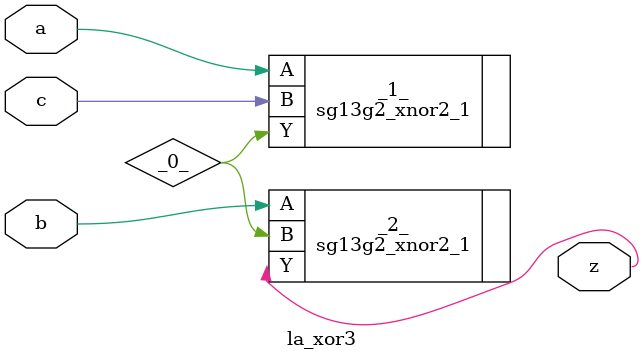
<source format=v>

/* Generated by Yosys 0.44 (git sha1 80ba43d26, g++ 11.4.0-1ubuntu1~22.04 -fPIC -O3) */

(* top =  1  *)
(* src = "generated" *)
module la_xor3 (
    a,
    b,
    c,
    z
);
  wire _0_;
  (* src = "generated" *)
  input a;
  wire a;
  (* src = "generated" *)
  input b;
  wire b;
  (* src = "generated" *)
  input c;
  wire c;
  (* src = "generated" *)
  output z;
  wire z;
  sg13g2_xnor2_1 _1_ (
      .A(a),
      .B(c),
      .Y(_0_)
  );
  sg13g2_xnor2_1 _2_ (
      .A(b),
      .B(_0_),
      .Y(z)
  );
endmodule

</source>
